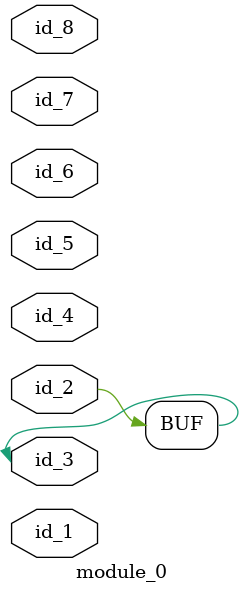
<source format=v>
`default_nettype wire
module module_0 (
    id_1,
    id_2,
    id_3,
    id_4,
    id_5,
    id_6,
    id_7,
    id_8
);
  input id_8;
  input id_7;
  inout id_6;
  inout id_5;
  inout id_4;
  inout id_3;
  inout id_2;
  inout id_1;
  assign id_3 = id_2;
endmodule

</source>
